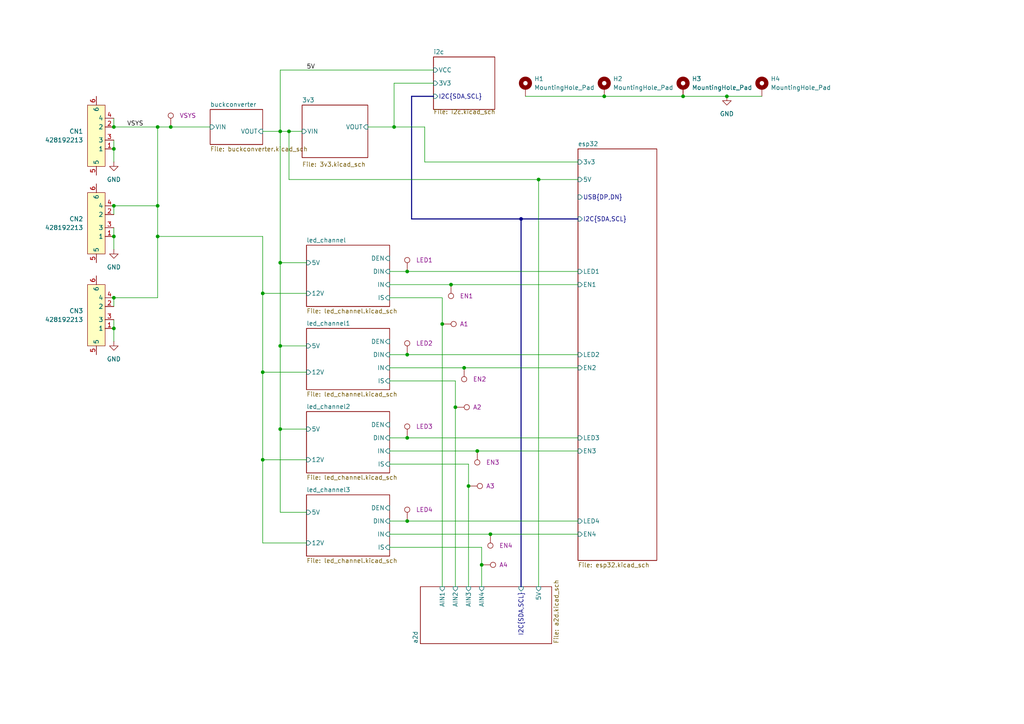
<source format=kicad_sch>
(kicad_sch (version 20250114) (generator "eeschema") (generator_version "9.0")
  (paper "A4")
  (lib_symbols
    (symbol "Mechanical:MountingHole_Pad" (pin_numbers (hide yes)) (pin_names (offset 1.016) (hide yes)) (exclude_from_sim yes) (in_bom no)
      (property "Reference" "H" (at 0 6.35 0))
      (property "Value" "MountingHole_Pad" (at 0 4.445 0))
      (symbol "MountingHole_Pad_0_1"
        (circle (center 0 1.27) (radius 1.27) (stroke (width 1.27)))
      )
      (symbol "MountingHole_Pad_1_1"
        (pin input line (at 0 -2.54 90) (length 2.54) (name "1") (number "1"))
      )
    )
    (symbol "easyeda2kicad:428192213"
      (property "Reference" "CN" (at 0 13.97 0))
      (property "Value" "428192213" (at 0 -12.7 0))
      (symbol "428192213_0_1"
        (rectangle (start -2.54 8.89) (end 2.54 -8.89) (fill (type background)))
        (pin unspecified line (at -5.08 3.81 0) (length 2.54) (name "1") (number "1"))
        (pin unspecified line (at -5.08 1.27 0) (length 2.54) (name "3") (number "3"))
        (pin unspecified line (at -5.08 -2.54 0) (length 2.54) (name "2") (number "2"))
        (pin unspecified line (at -5.08 -5.08 0) (length 2.54) (name "4") (number "4"))
        (pin unspecified line (at 0 11.43 270) (length 2.54) (name "5") (number "5"))
        (pin unspecified line (at 0 -11.43 90) (length 2.54) (name "6") (number "6"))
      )
    )
    (symbol "easyeda2kicad:LabeledTestPoint" (pin_numbers (hide yes)) (pin_names (offset 0.762) (hide yes)) (in_bom no)
      (property "Label" "label" (at 0 5.08 0))
      (symbol "LabeledTestPoint_0_1"
        (circle (center 0 3.302) (radius 0.762))
      )
      (symbol "LabeledTestPoint_1_1"
        (pin passive line (at 0 0 90) (length 2.54) (name "1") (number "1"))
      )
    )
    (symbol "power:GND" (power) (pin_numbers (hide yes)) (pin_names (offset 0) (hide yes))
      (property "Value" "GND" (at 0 -3.81 0))
      (symbol "GND_0_1"
        (polyline (pts (xy 0 0) (xy 0 -1.27) (xy 1.27 -1.27) (xy 0 -2.54) (xy -1.27 -1.27) (xy 0 -1.27)))
      )
      (symbol "GND_1_1"
        (pin power_in line (at 0 0 270) (length 0) (name "~") (number "1"))
      )
    )
  )
  (junction (at 33.02 86.36))
  (junction (at 130.81 82.55))
  (junction (at 175.26 27.94))
  (junction (at 45.72 68.58))
  (junction (at 33.02 95.25))
  (junction (at 81.28 100.33))
  (junction (at 139.7 163.83))
  (junction (at 45.72 59.69))
  (junction (at 33.02 36.83))
  (junction (at 118.11 102.87))
  (junction (at 156.21 52.07))
  (junction (at 118.11 127))
  (junction (at 118.11 151.13))
  (junction (at 134.62 106.68))
  (junction (at 81.28 124.46))
  (junction (at 33.02 68.58))
  (junction (at 198.12 27.94))
  (junction (at 33.02 43.18))
  (junction (at 138.43 130.81))
  (junction (at 114.3 36.83))
  (junction (at 118.11 78.74))
  (junction (at 76.2 133.35))
  (junction (at 128.27 93.98))
  (junction (at 81.28 76.2))
  (junction (at 83.82 38.1))
  (junction (at 135.89 140.97))
  (junction (at 33.02 59.69))
  (junction (at 76.2 85.09))
  (junction (at 76.2 107.95))
  (junction (at 81.28 38.1))
  (junction (at 45.72 36.83))
  (junction (at 132.08 118.11))
  (junction (at 142.24 154.94))
  (junction (at 210.82 27.94))
  (junction (at 151.13 63.5))
  (junction (at 49.53 36.83))
  (wire (pts (xy 175.26 27.94) (xy 198.12 27.94)))
  (wire (pts (xy 81.28 20.32) (xy 81.28 38.1)))
  (wire (pts (xy 76.2 157.48) (xy 76.2 133.35)))
  (wire (pts (xy 114.3 36.83) (xy 123.19 36.83)))
  (wire (pts (xy 139.7 163.83) (xy 139.7 158.75)))
  (wire (pts (xy 76.2 38.1) (xy 81.28 38.1)))
  (wire (pts (xy 81.28 100.33) (xy 88.9 100.33)))
  (wire (pts (xy 88.9 107.95) (xy 76.2 107.95)))
  (wire (pts (xy 81.28 76.2) (xy 88.9 76.2)))
  (wire (pts (xy 113.03 154.94) (xy 142.24 154.94)))
  (wire (pts (xy 113.03 106.68) (xy 134.62 106.68)))
  (wire (pts (xy 128.27 93.98) (xy 128.27 86.36)))
  (wire (pts (xy 33.02 43.18) (xy 33.02 46.99)))
  (wire (pts (xy 33.02 40.64) (xy 33.02 43.18)))
  (wire (pts (xy 113.03 158.75) (xy 139.7 158.75)))
  (bus (pts (xy 119.38 27.94) (xy 119.38 63.5)))
  (wire (pts (xy 33.02 34.29) (xy 33.02 36.83)))
  (wire (pts (xy 81.28 38.1) (xy 83.82 38.1)))
  (wire (pts (xy 114.3 24.13) (xy 114.3 36.83)))
  (wire (pts (xy 113.03 86.36) (xy 128.27 86.36)))
  (wire (pts (xy 132.08 118.11) (xy 132.08 110.49)))
  (wire (pts (xy 152.4 27.94) (xy 175.26 27.94)))
  (wire (pts (xy 88.9 85.09) (xy 76.2 85.09)))
  (wire (pts (xy 81.28 148.59) (xy 81.28 124.46)))
  (wire (pts (xy 33.02 36.83) (xy 45.72 36.83)))
  (wire (pts (xy 33.02 95.25) (xy 33.02 99.06)))
  (wire (pts (xy 135.89 170.18) (xy 135.89 140.97)))
  (wire (pts (xy 81.28 100.33) (xy 81.28 76.2)))
  (wire (pts (xy 132.08 170.18) (xy 132.08 118.11)))
  (wire (pts (xy 139.7 170.18) (xy 139.7 163.83)))
  (wire (pts (xy 156.21 52.07) (xy 156.21 170.18)))
  (wire (pts (xy 118.11 151.13) (xy 167.64 151.13)))
  (wire (pts (xy 81.28 76.2) (xy 81.28 38.1)))
  (wire (pts (xy 113.03 78.74) (xy 118.11 78.74)))
  (wire (pts (xy 113.03 130.81) (xy 138.43 130.81)))
  (wire (pts (xy 33.02 66.04) (xy 33.02 68.58)))
  (wire (pts (xy 135.89 140.97) (xy 135.89 134.62)))
  (wire (pts (xy 142.24 154.94) (xy 167.64 154.94)))
  (wire (pts (xy 81.28 20.32) (xy 125.73 20.32)))
  (wire (pts (xy 76.2 68.58) (xy 76.2 85.09)))
  (wire (pts (xy 198.12 27.94) (xy 210.82 27.94)))
  (wire (pts (xy 88.9 157.48) (xy 76.2 157.48)))
  (wire (pts (xy 45.72 68.58) (xy 45.72 86.36)))
  (wire (pts (xy 33.02 59.69) (xy 33.02 62.23)))
  (wire (pts (xy 128.27 170.18) (xy 128.27 93.98)))
  (wire (pts (xy 113.03 102.87) (xy 118.11 102.87)))
  (wire (pts (xy 156.21 52.07) (xy 167.64 52.07)))
  (wire (pts (xy 33.02 86.36) (xy 33.02 88.9)))
  (wire (pts (xy 118.11 127) (xy 167.64 127)))
  (wire (pts (xy 33.02 92.71) (xy 33.02 95.25)))
  (wire (pts (xy 113.03 134.62) (xy 135.89 134.62)))
  (wire (pts (xy 83.82 52.07) (xy 156.21 52.07)))
  (wire (pts (xy 76.2 107.95) (xy 76.2 133.35)))
  (wire (pts (xy 88.9 148.59) (xy 81.28 148.59)))
  (wire (pts (xy 138.43 130.81) (xy 167.64 130.81)))
  (wire (pts (xy 210.82 27.94) (xy 220.98 27.94)))
  (wire (pts (xy 33.02 68.58) (xy 33.02 72.39)))
  (wire (pts (xy 88.9 133.35) (xy 76.2 133.35)))
  (bus (pts (xy 151.13 63.5) (xy 167.64 63.5)))
  (wire (pts (xy 81.28 124.46) (xy 81.28 100.33)))
  (wire (pts (xy 118.11 102.87) (xy 167.64 102.87)))
  (wire (pts (xy 33.02 86.36) (xy 45.72 86.36)))
  (wire (pts (xy 81.28 124.46) (xy 88.9 124.46)))
  (bus (pts (xy 119.38 63.5) (xy 151.13 63.5)))
  (wire (pts (xy 113.03 151.13) (xy 118.11 151.13)))
  (wire (pts (xy 113.03 82.55) (xy 130.81 82.55)))
  (wire (pts (xy 83.82 52.07) (xy 83.82 38.1)))
  (wire (pts (xy 76.2 85.09) (xy 76.2 107.95)))
  (wire (pts (xy 113.03 127) (xy 118.11 127)))
  (wire (pts (xy 45.72 36.83) (xy 49.53 36.83)))
  (wire (pts (xy 106.68 36.83) (xy 114.3 36.83)))
  (bus (pts (xy 125.73 27.94) (xy 119.38 27.94)))
  (wire (pts (xy 125.73 24.13) (xy 114.3 24.13)))
  (wire (pts (xy 49.53 36.83) (xy 60.96 36.83)))
  (wire (pts (xy 45.72 36.83) (xy 45.72 59.69)))
  (wire (pts (xy 76.2 68.58) (xy 45.72 68.58)))
  (wire (pts (xy 118.11 78.74) (xy 167.64 78.74)))
  (wire (pts (xy 33.02 59.69) (xy 45.72 59.69)))
  (bus (pts (xy 151.13 63.5) (xy 151.13 170.18)))
  (wire (pts (xy 45.72 59.69) (xy 45.72 68.58)))
  (wire (pts (xy 83.82 38.1) (xy 87.63 38.1)))
  (wire (pts (xy 113.03 110.49) (xy 132.08 110.49)))
  (wire (pts (xy 123.19 36.83) (xy 123.19 46.99)))
  (wire (pts (xy 130.81 82.55) (xy 167.64 82.55)))
  (wire (pts (xy 123.19 46.99) (xy 167.64 46.99)))
  (wire (pts (xy 134.62 106.68) (xy 167.64 106.68)))
  (label "5V" (at 88.9 20.32 0))
  (label "VSYS" (at 36.83 36.83 0))
  (symbol (lib_id "easyeda2kicad:LabeledTestPoint") (at 139.7 163.83 270) (unit 1) (in_bom no)
    (property "Reference" "TP11" (effects (hide yes)))
    (property "Value" "LabeledTestPoint" (effects (hide yes)))
    (property "Footprint" "easyeda2kicad:LabeledTestPoint" (effects (hide yes)))
    (property "Description" "test point" (effects (hide yes)))
    (property "Label" "A4" (at 144.78 163.8299 90) (effects (justify left)))
  )
  (symbol (lib_id "power:GND") (at 210.82 27.94 0) (unit 1)
    (property "Reference" "#PWR04" (effects (hide yes)))
    (property "Value" "GND" (at 210.82 33.02 0))
    (property "Description" "Power symbol creates a global label with name \"GND\" , ground" (effects (hide yes)))
  )
  (symbol (lib_id "Mechanical:MountingHole_Pad") (at 198.12 25.4 0) (unit 1) (exclude_from_sim yes) (in_bom no)
    (property "Reference" "H3" (at 200.66 22.8599 0) (effects (justify left)))
    (property "Value" "MountingHole_Pad" (at 200.66 25.3999 0) (effects (justify left)))
    (property "Footprint" "MountingHole:MountingHole_3.2mm_M3_Pad_Via" (effects (hide yes)))
    (property "Description" "Mounting Hole with connection" (effects (hide yes)))
  )
  (symbol (lib_id "power:GND") (at 33.02 72.39 0) (unit 1)
    (property "Reference" "#PWR02" (effects (hide yes)))
    (property "Value" "GND" (at 33.02 77.47 0))
    (property "Description" "Power symbol creates a global label with name \"GND\" , ground" (effects (hide yes)))
  )
  (symbol (lib_id "easyeda2kicad:LabeledTestPoint") (at 134.62 106.68 180) (unit 1) (in_bom no)
    (property "Reference" "TP8" (effects (hide yes)))
    (property "Value" "LabeledTestPoint" (effects (hide yes)))
    (property "Footprint" "easyeda2kicad:LabeledTestPoint" (effects (hide yes)))
    (property "Description" "test point" (effects (hide yes)))
    (property "Label" "EN2" (at 137.16 109.9819 0) (effects (justify right)))
  )
  (symbol (lib_id "easyeda2kicad:LabeledTestPoint") (at 130.81 82.55 180) (unit 1) (in_bom no)
    (property "Reference" "TP6" (effects (hide yes)))
    (property "Value" "LabeledTestPoint" (effects (hide yes)))
    (property "Footprint" "easyeda2kicad:LabeledTestPoint" (effects (hide yes)))
    (property "Description" "test point" (effects (hide yes)))
    (property "Label" "EN1" (at 133.35 85.8519 0) (effects (justify right)))
  )
  (symbol (lib_id "Mechanical:MountingHole_Pad") (at 220.98 25.4 0) (unit 1) (exclude_from_sim yes) (in_bom no)
    (property "Reference" "H4" (at 223.52 22.8599 0) (effects (justify left)))
    (property "Value" "MountingHole_Pad" (at 223.52 25.3999 0) (effects (justify left)))
    (property "Footprint" "MountingHole:MountingHole_3.2mm_M3_Pad_Via" (effects (hide yes)))
    (property "Description" "Mounting Hole with connection" (effects (hide yes)))
  )
  (symbol (lib_id "easyeda2kicad:428192213") (at 27.94 91.44 180) (unit 1)
    (property "Reference" "CN3" (at 24.13 90.1699 0) (effects (justify left)))
    (property "Value" "428192213" (at 24.13 92.7099 0) (effects (justify left)))
    (property "Footprint" "easyeda2kicad:CONN-TH_0428192214" (effects (hide yes)))
    (property "LCSC Part" "C563817" (effects (hide yes)))
  )
  (symbol (lib_id "easyeda2kicad:LabeledTestPoint") (at 49.53 36.83 0) (unit 1) (in_bom no)
    (property "Reference" "TP101" (effects (hide yes)))
    (property "Value" "LabeledTestPoint" (effects (hide yes)))
    (property "Footprint" "easyeda2kicad:LabeledTestPoint" (effects (hide yes)))
    (property "Description" "test point" (effects (hide yes)))
    (property "Label" "VSYS" (at 52.07 33.5279 0) (effects (justify left)))
  )
  (symbol (lib_id "easyeda2kicad:428192213") (at 27.94 39.37 180) (unit 1)
    (property "Reference" "CN1" (at 24.13 38.0999 0) (effects (justify left)))
    (property "Value" "428192213" (at 24.13 40.6399 0) (effects (justify left)))
    (property "Footprint" "easyeda2kicad:CONN-TH_0428192214" (effects (hide yes)))
    (property "LCSC Part" "C563817" (effects (hide yes)))
  )
  (symbol (lib_id "power:GND") (at 33.02 46.99 0) (unit 1)
    (property "Reference" "#PWR01" (effects (hide yes)))
    (property "Value" "GND" (at 33.02 52.07 0))
    (property "Description" "Power symbol creates a global label with name \"GND\" , ground" (effects (hide yes)))
  )
  (symbol (lib_id "easyeda2kicad:LabeledTestPoint") (at 128.27 93.98 270) (unit 1) (in_bom no)
    (property "Reference" "TP5" (effects (hide yes)))
    (property "Value" "LabeledTestPoint" (effects (hide yes)))
    (property "Footprint" "easyeda2kicad:LabeledTestPoint" (effects (hide yes)))
    (property "Description" "test point" (effects (hide yes)))
    (property "Label" "A1" (at 133.35 93.9799 90) (effects (justify left)))
  )
  (symbol (lib_id "easyeda2kicad:428192213") (at 27.94 64.77 180) (unit 1)
    (property "Reference" "CN2" (at 24.13 63.4999 0) (effects (justify left)))
    (property "Value" "428192213" (at 24.13 66.0399 0) (effects (justify left)))
    (property "Footprint" "easyeda2kicad:CONN-TH_0428192214" (effects (hide yes)))
    (property "LCSC Part" "C563817" (effects (hide yes)))
  )
  (symbol (lib_id "easyeda2kicad:LabeledTestPoint") (at 118.11 78.74 0) (unit 1) (in_bom no)
    (property "Reference" "TP1" (effects (hide yes)))
    (property "Value" "LabeledTestPoint" (effects (hide yes)))
    (property "Footprint" "easyeda2kicad:LabeledTestPoint" (effects (hide yes)))
    (property "Description" "test point" (effects (hide yes)))
    (property "Label" "LED1" (at 120.65 75.4379 0) (effects (justify left)))
  )
  (symbol (lib_id "easyeda2kicad:LabeledTestPoint") (at 118.11 127 0) (unit 1) (in_bom no)
    (property "Reference" "TP3" (effects (hide yes)))
    (property "Value" "LabeledTestPoint" (effects (hide yes)))
    (property "Footprint" "easyeda2kicad:LabeledTestPoint" (effects (hide yes)))
    (property "Description" "test point" (effects (hide yes)))
    (property "Label" "LED3" (at 120.65 123.6979 0) (effects (justify left)))
  )
  (symbol (lib_id "easyeda2kicad:LabeledTestPoint") (at 118.11 151.13 0) (unit 1) (in_bom no)
    (property "Reference" "TP4" (effects (hide yes)))
    (property "Value" "LabeledTestPoint" (effects (hide yes)))
    (property "Footprint" "easyeda2kicad:LabeledTestPoint" (effects (hide yes)))
    (property "Description" "test point" (effects (hide yes)))
    (property "Label" "LED4" (at 120.65 147.8279 0) (effects (justify left)))
  )
  (symbol (lib_id "easyeda2kicad:LabeledTestPoint") (at 138.43 130.81 180) (unit 1) (in_bom no)
    (property "Reference" "TP10" (effects (hide yes)))
    (property "Value" "LabeledTestPoint" (effects (hide yes)))
    (property "Footprint" "easyeda2kicad:LabeledTestPoint" (effects (hide yes)))
    (property "Description" "test point" (effects (hide yes)))
    (property "Label" "EN3" (at 140.97 134.1119 0) (effects (justify right)))
  )
  (symbol (lib_id "Mechanical:MountingHole_Pad") (at 175.26 25.4 0) (unit 1) (exclude_from_sim yes) (in_bom no)
    (property "Reference" "H2" (at 177.8 22.8599 0) (effects (justify left)))
    (property "Value" "MountingHole_Pad" (at 177.8 25.3999 0) (effects (justify left)))
    (property "Footprint" "MountingHole:MountingHole_3.2mm_M3_Pad_Via" (effects (hide yes)))
    (property "Description" "Mounting Hole with connection" (effects (hide yes)))
  )
  (symbol (lib_id "easyeda2kicad:LabeledTestPoint") (at 132.08 118.11 270) (unit 1) (in_bom no)
    (property "Reference" "TP7" (effects (hide yes)))
    (property "Value" "LabeledTestPoint" (effects (hide yes)))
    (property "Footprint" "easyeda2kicad:LabeledTestPoint" (effects (hide yes)))
    (property "Description" "test point" (effects (hide yes)))
    (property "Label" "A2" (at 137.16 118.1099 90) (effects (justify left)))
  )
  (symbol (lib_id "easyeda2kicad:LabeledTestPoint") (at 142.24 154.94 180) (unit 1) (in_bom no)
    (property "Reference" "TP12" (effects (hide yes)))
    (property "Value" "LabeledTestPoint" (effects (hide yes)))
    (property "Footprint" "easyeda2kicad:LabeledTestPoint" (effects (hide yes)))
    (property "Description" "test point" (effects (hide yes)))
    (property "Label" "EN4" (at 144.78 158.2419 0) (effects (justify right)))
  )
  (symbol (lib_id "power:GND") (at 33.02 99.06 0) (unit 1)
    (property "Reference" "#PWR03" (effects (hide yes)))
    (property "Value" "GND" (at 33.02 104.14 0))
    (property "Description" "Power symbol creates a global label with name \"GND\" , ground" (effects (hide yes)))
  )
  (symbol (lib_id "easyeda2kicad:LabeledTestPoint") (at 118.11 102.87 0) (unit 1) (in_bom no)
    (property "Reference" "TP2" (effects (hide yes)))
    (property "Value" "LabeledTestPoint" (effects (hide yes)))
    (property "Footprint" "easyeda2kicad:LabeledTestPoint" (effects (hide yes)))
    (property "Description" "test point" (effects (hide yes)))
    (property "Label" "LED2" (at 120.65 99.5679 0) (effects (justify left)))
  )
  (symbol (lib_id "Mechanical:MountingHole_Pad") (at 152.4 25.4 0) (unit 1) (exclude_from_sim yes) (in_bom no)
    (property "Reference" "H1" (at 154.94 22.8599 0) (effects (justify left)))
    (property "Value" "MountingHole_Pad" (at 154.94 25.3999 0) (effects (justify left)))
    (property "Footprint" "MountingHole:MountingHole_3.2mm_M3_Pad_Via" (effects (hide yes)))
    (property "Description" "Mounting Hole with connection" (effects (hide yes)))
  )
  (symbol (lib_id "easyeda2kicad:LabeledTestPoint") (at 135.89 140.97 270) (unit 1) (in_bom no)
    (property "Reference" "TP9" (effects (hide yes)))
    (property "Value" "LabeledTestPoint" (effects (hide yes)))
    (property "Footprint" "easyeda2kicad:LabeledTestPoint" (effects (hide yes)))
    (property "Description" "test point" (effects (hide yes)))
    (property "Label" "A3" (at 140.97 140.9699 90) (effects (justify left)))
  )
  (sheet (at 88.9 95.25) (size 24.13 17.78) (stroke (width 0.1524))
    (property "Sheetname" "led_channel1" (at 88.9 94.5384 0) (effects (justify left bottom)))
    (property "Sheetfile" "led_channel.kicad_sch" (at 88.9 113.6146 0) (effects (justify left top)))
    (pin "12V" input (at 88.9 107.95 180))
    (pin "DEN" input (at 113.03 99.06 0))
    (pin "DIN" input (at 113.03 102.87 0))
    (pin "IN" input (at 113.03 106.68 0))
    (pin "IS" input (at 113.03 110.49 0))
    (pin "5V" input (at 88.9 100.33 180))
  )
  (sheet (at 125.73 16.51) (size 17.78 15.24) (stroke (width 0.1524))
    (property "Sheetname" "i2c" (at 125.73 15.7984 0) (effects (justify left bottom)))
    (property "Sheetfile" "i2c.kicad_sch" (at 125.73 31.6996 0) (effects (justify left top)))
    (pin "3V3" input (at 125.73 24.13 180))
    (pin "VCC" input (at 125.73 20.32 180))
    (pin "I2C{SDA,SCL}" input (at 125.73 27.94 180))
  )
  (sheet (at 167.64 43.18) (size 22.86 119.38) (stroke (width 0.1524))
    (property "Sheetname" "esp32" (at 167.64 42.4684 0) (effects (justify left bottom)))
    (property "Sheetfile" "esp32.kicad_sch" (at 167.64 163.1446 0) (effects (justify left top)))
    (pin "3v3" input (at 167.64 46.99 180))
    (pin "I2C{SDA,SCL}" input (at 167.64 63.5 180))
    (pin "5V" input (at 167.64 52.07 180))
    (pin "USB{DP,DN}" input (at 167.64 57.15 180))
    (pin "EN1" input (at 167.64 82.55 180))
    (pin "EN2" input (at 167.64 106.68 180))
    (pin "EN3" input (at 167.64 130.81 180))
    (pin "EN4" input (at 167.64 154.94 180))
    (pin "LED1" input (at 167.64 78.74 180))
    (pin "LED2" input (at 167.64 102.87 180))
    (pin "LED3" input (at 167.64 127 180))
    (pin "LED4" input (at 167.64 151.13 180))
  )
  (sheet (at 88.9 143.51) (size 24.13 17.78) (stroke (width 0.1524))
    (property "Sheetname" "led_channel3" (at 88.9 142.7984 0) (effects (justify left bottom)))
    (property "Sheetfile" "led_channel.kicad_sch" (at 88.9 161.8746 0) (effects (justify left top)))
    (pin "12V" input (at 88.9 157.48 180))
    (pin "DEN" input (at 113.03 147.32 0))
    (pin "DIN" input (at 113.03 151.13 0))
    (pin "IN" input (at 113.03 154.94 0))
    (pin "IS" input (at 113.03 158.75 0))
    (pin "5V" input (at 88.9 148.59 180))
  )
  (sheet (at 60.96 31.75) (size 15.24 10.16) (stroke (width 0.1524))
    (property "Sheetname" "buckconverter" (at 60.96 31.0384 0) (effects (justify left bottom)))
    (property "Sheetfile" "buckconverter.kicad_sch" (at 60.96 42.4946 0) (effects (justify left top)))
    (pin "VIN" input (at 60.96 36.83 180))
    (pin "VOUT" input (at 76.2 38.1 0))
  )
  (sheet (at 121.92 170.18) (size 38.1 16.51) (stroke (width 0.1524))
    (property "Sheetname" "a2d" (at 121.2084 186.69 90) (effects (justify left bottom)))
    (property "Sheetfile" "a2d.kicad_sch" (at 160.6046 186.69 90) (effects (justify left top)))
    (pin "5V" input (at 156.21 170.18 90))
    (pin "AIN1" input (at 128.27 170.18 90))
    (pin "AIN2" input (at 132.08 170.18 90))
    (pin "AIN3" input (at 135.89 170.18 90))
    (pin "AIN4" input (at 139.7 170.18 90))
    (pin "I2C{SDA,SCL}" input (at 151.13 170.18 90))
  )
  (sheet (at 88.9 119.38) (size 24.13 17.78) (stroke (width 0.1524))
    (property "Sheetname" "led_channel2" (at 88.9 118.6684 0) (effects (justify left bottom)))
    (property "Sheetfile" "led_channel.kicad_sch" (at 88.9 137.7446 0) (effects (justify left top)))
    (pin "12V" input (at 88.9 133.35 180))
    (pin "DEN" input (at 113.03 123.19 0))
    (pin "DIN" input (at 113.03 127 0))
    (pin "IN" input (at 113.03 130.81 0))
    (pin "IS" input (at 113.03 134.62 0))
    (pin "5V" input (at 88.9 124.46 180))
  )
  (sheet (at 88.9 71.12) (size 24.13 17.78) (stroke (width 0.1524))
    (property "Sheetname" "led_channel" (at 88.9 70.4084 0) (effects (justify left bottom)))
    (property "Sheetfile" "led_channel.kicad_sch" (at 88.9 89.4846 0) (effects (justify left top)))
    (pin "12V" input (at 88.9 85.09 180))
    (pin "DEN" input (at 113.03 74.93 0))
    (pin "DIN" input (at 113.03 78.74 0))
    (pin "IN" input (at 113.03 82.55 0))
    (pin "IS" input (at 113.03 86.36 0))
    (pin "5V" input (at 88.9 76.2 180))
  )
  (sheet (at 87.63 30.48) (size 19.05 15.24) (stroke (width 0.1524))
    (property "Sheetname" "3v3" (at 87.63 29.7684 0) (effects (justify left bottom)))
    (property "Sheetfile" "3v3.kicad_sch" (at 87.63 46.9396 0) (effects (justify left top)))
    (pin "VIN" input (at 87.63 38.1 180))
    (pin "VOUT" input (at 106.68 36.83 0))
  )
)
</source>
